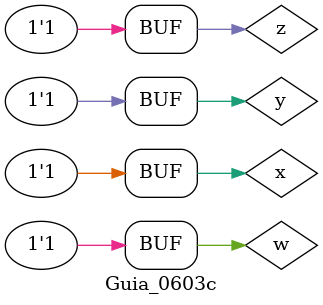
<source format=v>
/*
 Guia_0603c.v - v0.0. - 28 / 08 / 2022
 Autor    : Gabriel Vargas Bento de Souza
 Matricula: 778023
 */

/* 
 Soma dos produtos
                  ___
f(x, y, w, z) =  \   m (0,1,2,5,7,8,13,15)  = SoP(0,1,2,5,7,8,13,15)
                 /___
*/ 

/**
 SoP(0,1,2,5,7,8,13,15)
 */
module SoP (output s,
            input  x, y, w, z);
   assign s = (~x & ~y & ~w & ~z)  // 0
            | (~x & ~y & ~w &  z)  // 1
            | (~x & ~y &  w & ~z)  // 2
            | (~x &  y & ~w &  z)  // 5
            | (~x &  y &  w &  z)  // 7
            | ( x & ~y & ~w & ~z)  // 8
            | ( x &  y & ~w &  z)  // 13
            | ( x &  y &  w &  z); // 15
endmodule // SoP

/**
 SoP(0,1,2,5,7,8,13,15)_Simplificado = y .z + y'.z' + x'.w'.z + x'.y'.z'
 */
module SoP_simple (output s,
                   input  x, y, w, z);
   assign s = ( y & z)
            | (~y & ~w & ~z)
            | (~x & ~w &  z)
            | (~x & ~y & ~z);
endmodule // SoP_simple

/**
  Guia_0603c.v
 */
module Guia_0603c;
   reg  x, y, w, z;
   wire s1, s2;
   
   // instancias
   SoP        SOP1 (s1, x, y, w, z);
   SoP_simple SOP2 (s2, x, y, w, z);
   
   // valores iniciais
   initial begin: start
      x=1'bx; y=1'bx; w=1'bx; z=1'bx;
   end

   // parte principal
   initial begin: main
       $display("Gabriel Vargas Bento de Souza - 778023");
       $display("Guia_06");
       $display("\n03.c) SoP (0,1,2,5,7,8,13,15)\n");

       // monitoramento
       $display(" x  y  w  z  s1  s2");
       $monitor("%2b %2b %2b %2b %2b %3b", x,  y, w, z,  s1, s2);

       // sinalizacao
          x=0; y=0; w=0; z=0;
       #1                z=1;
       #1           w=1; z=0;
       #1                z=1;
       #1      y=1; w=0; z=0;
       #1                z=1;
       #1           w=1; z=0;
       #1                z=1;
       #1 x=1; y=0; w=0; z=0;
       #1                z=1;
       #1           w=1; z=0;
       #1                z=1;
       #1      y=1; w=0; z=0;
       #1                z=1;
       #1           w=1; z=0;
       #1                z=1;
   end
endmodule // Guia_0603c

/*
C:\Users\Gabriel\Desktop\CC-PUC\2Periodo\ARQ1\Tarefas\Guia06>vvp Guia_0603c.vvp
Gabriel Vargas Bento de Souza - 778023
Guia_06

03.c) SoP (0,1,2,5,7,8,13,15)

 x  y  w  z  s1  s2
 0  0  0  0  1   1
 0  0  0  1  1   1
 0  0  1  0  1   1
 0  0  1  1  0   0
 0  1  0  0  0   0
 0  1  0  1  1   1
 0  1  1  0  0   0
 0  1  1  1  1   1
 1  0  0  0  1   1
 1  0  0  1  0   0
 1  0  1  0  0   0
 1  0  1  1  0   0
 1  1  0  0  0   0
 1  1  0  1  1   1
 1  1  1  0  0   0
 1  1  1  1  1   1
*/
</source>
